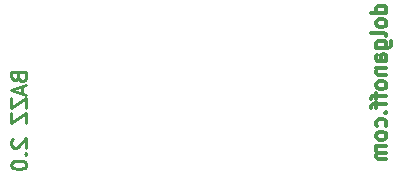
<source format=gbo>
G04 #@! TF.FileFunction,Legend,Bot*
%FSLAX46Y46*%
G04 Gerber Fmt 4.6, Leading zero omitted, Abs format (unit mm)*
G04 Created by KiCad (PCBNEW 4.0.4+e1-6308~48~ubuntu16.04.1-stable) date Fri Oct 14 22:16:02 2016*
%MOMM*%
%LPD*%
G01*
G04 APERTURE LIST*
%ADD10C,0.100000*%
%ADD11C,0.279400*%
%ADD12C,0.300000*%
G04 APERTURE END LIST*
D10*
D11*
X156119286Y-102386190D02*
X156179762Y-102567619D01*
X156240238Y-102628095D01*
X156361190Y-102688571D01*
X156542619Y-102688571D01*
X156663571Y-102628095D01*
X156724048Y-102567619D01*
X156784524Y-102446666D01*
X156784524Y-101962857D01*
X155514524Y-101962857D01*
X155514524Y-102386190D01*
X155575000Y-102507143D01*
X155635476Y-102567619D01*
X155756429Y-102628095D01*
X155877381Y-102628095D01*
X155998333Y-102567619D01*
X156058810Y-102507143D01*
X156119286Y-102386190D01*
X156119286Y-101962857D01*
X156421667Y-103172381D02*
X156421667Y-103777143D01*
X156784524Y-103051428D02*
X155514524Y-103474762D01*
X156784524Y-103898095D01*
X155514524Y-104200476D02*
X155514524Y-105047142D01*
X156784524Y-104200476D01*
X156784524Y-105047142D01*
X155514524Y-105410000D02*
X155514524Y-106256666D01*
X156784524Y-105410000D01*
X156784524Y-106256666D01*
X155635476Y-107647619D02*
X155575000Y-107708095D01*
X155514524Y-107829047D01*
X155514524Y-108131428D01*
X155575000Y-108252381D01*
X155635476Y-108312857D01*
X155756429Y-108373333D01*
X155877381Y-108373333D01*
X156058810Y-108312857D01*
X156784524Y-107587143D01*
X156784524Y-108373333D01*
X156663571Y-108917619D02*
X156724048Y-108978095D01*
X156784524Y-108917619D01*
X156724048Y-108857143D01*
X156663571Y-108917619D01*
X156784524Y-108917619D01*
X155514524Y-109764286D02*
X155514524Y-109885238D01*
X155575000Y-110006190D01*
X155635476Y-110066667D01*
X155756429Y-110127143D01*
X155998333Y-110187619D01*
X156300714Y-110187619D01*
X156542619Y-110127143D01*
X156663571Y-110066667D01*
X156724048Y-110006190D01*
X156784524Y-109885238D01*
X156784524Y-109764286D01*
X156724048Y-109643333D01*
X156663571Y-109582857D01*
X156542619Y-109522381D01*
X156300714Y-109461905D01*
X155998333Y-109461905D01*
X155756429Y-109522381D01*
X155635476Y-109582857D01*
X155575000Y-109643333D01*
X155514524Y-109764286D01*
D12*
X187264524Y-96943333D02*
X185994524Y-96943333D01*
X187204048Y-96943333D02*
X187264524Y-96822380D01*
X187264524Y-96580476D01*
X187204048Y-96459523D01*
X187143571Y-96399047D01*
X187022619Y-96338571D01*
X186659762Y-96338571D01*
X186538810Y-96399047D01*
X186478333Y-96459523D01*
X186417857Y-96580476D01*
X186417857Y-96822380D01*
X186478333Y-96943333D01*
X187264524Y-97729524D02*
X187204048Y-97608571D01*
X187143571Y-97548095D01*
X187022619Y-97487619D01*
X186659762Y-97487619D01*
X186538810Y-97548095D01*
X186478333Y-97608571D01*
X186417857Y-97729524D01*
X186417857Y-97910952D01*
X186478333Y-98031904D01*
X186538810Y-98092381D01*
X186659762Y-98152857D01*
X187022619Y-98152857D01*
X187143571Y-98092381D01*
X187204048Y-98031904D01*
X187264524Y-97910952D01*
X187264524Y-97729524D01*
X187264524Y-98878572D02*
X187204048Y-98757619D01*
X187083095Y-98697143D01*
X185994524Y-98697143D01*
X186417857Y-99906667D02*
X187445952Y-99906667D01*
X187566905Y-99846190D01*
X187627381Y-99785714D01*
X187687857Y-99664762D01*
X187687857Y-99483333D01*
X187627381Y-99362381D01*
X187204048Y-99906667D02*
X187264524Y-99785714D01*
X187264524Y-99543810D01*
X187204048Y-99422857D01*
X187143571Y-99362381D01*
X187022619Y-99301905D01*
X186659762Y-99301905D01*
X186538810Y-99362381D01*
X186478333Y-99422857D01*
X186417857Y-99543810D01*
X186417857Y-99785714D01*
X186478333Y-99906667D01*
X187264524Y-101055715D02*
X186599286Y-101055715D01*
X186478333Y-100995238D01*
X186417857Y-100874286D01*
X186417857Y-100632381D01*
X186478333Y-100511429D01*
X187204048Y-101055715D02*
X187264524Y-100934762D01*
X187264524Y-100632381D01*
X187204048Y-100511429D01*
X187083095Y-100450953D01*
X186962143Y-100450953D01*
X186841190Y-100511429D01*
X186780714Y-100632381D01*
X186780714Y-100934762D01*
X186720238Y-101055715D01*
X186417857Y-101660477D02*
X187264524Y-101660477D01*
X186538810Y-101660477D02*
X186478333Y-101720953D01*
X186417857Y-101841906D01*
X186417857Y-102023334D01*
X186478333Y-102144286D01*
X186599286Y-102204763D01*
X187264524Y-102204763D01*
X187264524Y-102990954D02*
X187204048Y-102870001D01*
X187143571Y-102809525D01*
X187022619Y-102749049D01*
X186659762Y-102749049D01*
X186538810Y-102809525D01*
X186478333Y-102870001D01*
X186417857Y-102990954D01*
X186417857Y-103172382D01*
X186478333Y-103293334D01*
X186538810Y-103353811D01*
X186659762Y-103414287D01*
X187022619Y-103414287D01*
X187143571Y-103353811D01*
X187204048Y-103293334D01*
X187264524Y-103172382D01*
X187264524Y-102990954D01*
X186417857Y-103777144D02*
X186417857Y-104260954D01*
X187264524Y-103958573D02*
X186175952Y-103958573D01*
X186055000Y-104019049D01*
X185994524Y-104140002D01*
X185994524Y-104260954D01*
X186417857Y-104502858D02*
X186417857Y-104986668D01*
X187264524Y-104684287D02*
X186175952Y-104684287D01*
X186055000Y-104744763D01*
X185994524Y-104865716D01*
X185994524Y-104986668D01*
X187143571Y-105410001D02*
X187204048Y-105470477D01*
X187264524Y-105410001D01*
X187204048Y-105349525D01*
X187143571Y-105410001D01*
X187264524Y-105410001D01*
X187204048Y-106559049D02*
X187264524Y-106438096D01*
X187264524Y-106196192D01*
X187204048Y-106075239D01*
X187143571Y-106014763D01*
X187022619Y-105954287D01*
X186659762Y-105954287D01*
X186538810Y-106014763D01*
X186478333Y-106075239D01*
X186417857Y-106196192D01*
X186417857Y-106438096D01*
X186478333Y-106559049D01*
X187264524Y-107284763D02*
X187204048Y-107163810D01*
X187143571Y-107103334D01*
X187022619Y-107042858D01*
X186659762Y-107042858D01*
X186538810Y-107103334D01*
X186478333Y-107163810D01*
X186417857Y-107284763D01*
X186417857Y-107466191D01*
X186478333Y-107587143D01*
X186538810Y-107647620D01*
X186659762Y-107708096D01*
X187022619Y-107708096D01*
X187143571Y-107647620D01*
X187204048Y-107587143D01*
X187264524Y-107466191D01*
X187264524Y-107284763D01*
X187264524Y-108252382D02*
X186417857Y-108252382D01*
X186538810Y-108252382D02*
X186478333Y-108312858D01*
X186417857Y-108433811D01*
X186417857Y-108615239D01*
X186478333Y-108736191D01*
X186599286Y-108796668D01*
X187264524Y-108796668D01*
X186599286Y-108796668D02*
X186478333Y-108857144D01*
X186417857Y-108978096D01*
X186417857Y-109159525D01*
X186478333Y-109280477D01*
X186599286Y-109340953D01*
X187264524Y-109340953D01*
M02*

</source>
